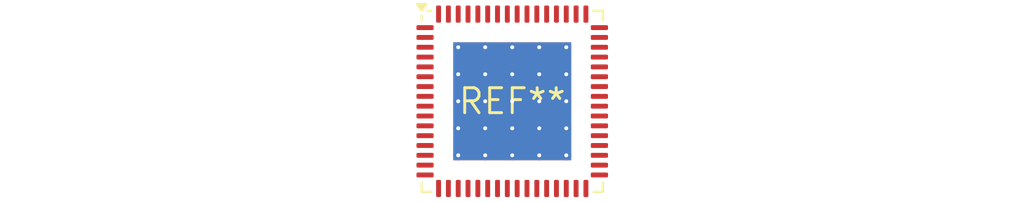
<source format=kicad_pcb>
(kicad_pcb (version 20240108) (generator pcbnew)
  (layers (0 "F.Cu" signal) (31 "B.Cu" signal) (34 "B.Paste" user) (35 "F.Paste" user) (36 "B.SilkS" user "B.Silkscreen") (37 "F.SilkS" user "F.Silkscreen") (38 "B.Mask" user) (39 "F.Mask" user) (44 "Edge.Cuts" user))
  (net 0 "")
  (footprint "QFN-64-1EP_9x9mm_P0.5mm_EP6x6mm_ThermalVias" (layer "F.Cu") (at 0 0)
    (property "Reference" "REF**")
    (property "Value" "QFN-64-1EP_9x9mm_P0.5mm_EP6x6mm_ThermalVias")
    (fp_line (start -4.61 -4.135) (end -4.61 -4.37) (layer "F.SilkS") (stroke (width 0.12)))
    (fp_line (start -4.61 4.61) (end -4.61 4.135) (layer "F.SilkS") (stroke (width 0.12)))
    (fp_line (start -4.135 -4.61) (end -4.31 -4.61) (layer "F.SilkS") (stroke (width 0.12)))
    (fp_line (start -4.135 4.61) (end -4.61 4.61) (layer "F.SilkS") (stroke (width 0.12)))
    (fp_line (start 4.135 -4.61) (end 4.61 -4.61) (layer "F.SilkS") (stroke (width 0.12)))
    (fp_line (start 4.135 4.61) (end 4.61 4.61) (layer "F.SilkS") (stroke (width 0.12)))
    (fp_line (start 4.61 -4.61) (end 4.61 -4.135) (layer "F.SilkS") (stroke (width 0.12)))
    (fp_line (start 4.61 4.61) (end 4.61 4.135) (layer "F.SilkS") (stroke (width 0.12)))
    (fp_poly (pts (xy -4.61 -4.61) (xy -4.85 -4.94) (xy -4.37 -4.94) (xy -4.61 -4.61)) (layer "F.SilkS") (stroke (width 0.12)) (fill solid))
    (pad "1" smd roundrect (at -4.4375 -3.75) (size 0.875 0.25) (layers "F.Cu" "F.Paste" "F.Mask"))
    (pad "2" smd roundrect (at -4.4375 -3.25) (size 0.875 0.25) (layers "F.Cu" "F.Paste" "F.Mask"))
    (pad "3" smd roundrect (at -4.4375 -2.75) (size 0.875 0.25) (layers "F.Cu" "F.Paste" "F.Mask"))
    (pad "4" smd roundrect (at -4.4375 -2.25) (size 0.875 0.25) (layers "F.Cu" "F.Paste" "F.Mask"))
    (pad "5" smd roundrect (at -4.4375 -1.75) (size 0.875 0.25) (layers "F.Cu" "F.Paste" "F.Mask"))
    (pad "6" smd roundrect (at -4.4375 -1.25) (size 0.875 0.25) (layers "F.Cu" "F.Paste" "F.Mask"))
    (pad "7" smd roundrect (at -4.4375 -0.75) (size 0.875 0.25) (layers "F.Cu" "F.Paste" "F.Mask"))
    (pad "8" smd roundrect (at -4.4375 -0.25) (size 0.875 0.25) (layers "F.Cu" "F.Paste" "F.Mask"))
    (pad "9" smd roundrect (at -4.4375 0.25) (size 0.875 0.25) (layers "F.Cu" "F.Paste" "F.Mask"))
    (pad "10" smd roundrect (at -4.4375 0.75) (size 0.875 0.25) (layers "F.Cu" "F.Paste" "F.Mask"))
    (pad "11" smd roundrect (at -4.4375 1.25) (size 0.875 0.25) (layers "F.Cu" "F.Paste" "F.Mask"))
    (pad "12" smd roundrect (at -4.4375 1.75) (size 0.875 0.25) (layers "F.Cu" "F.Paste" "F.Mask"))
    (pad "13" smd roundrect (at -4.4375 2.25) (size 0.875 0.25) (layers "F.Cu" "F.Paste" "F.Mask"))
    (pad "14" smd roundrect (at -4.4375 2.75) (size 0.875 0.25) (layers "F.Cu" "F.Paste" "F.Mask"))
    (pad "15" smd roundrect (at -4.4375 3.25) (size 0.875 0.25) (layers "F.Cu" "F.Paste" "F.Mask"))
    (pad "16" smd roundrect (at -4.4375 3.75) (size 0.875 0.25) (layers "F.Cu" "F.Paste" "F.Mask"))
    (pad "17" smd roundrect (at -3.75 4.4375) (size 0.25 0.875) (layers "F.Cu" "F.Paste" "F.Mask"))
    (pad "18" smd roundrect (at -3.25 4.4375) (size 0.25 0.875) (layers "F.Cu" "F.Paste" "F.Mask"))
    (pad "19" smd roundrect (at -2.75 4.4375) (size 0.25 0.875) (layers "F.Cu" "F.Paste" "F.Mask"))
    (pad "20" smd roundrect (at -2.25 4.4375) (size 0.25 0.875) (layers "F.Cu" "F.Paste" "F.Mask"))
    (pad "21" smd roundrect (at -1.75 4.4375) (size 0.25 0.875) (layers "F.Cu" "F.Paste" "F.Mask"))
    (pad "22" smd roundrect (at -1.25 4.4375) (size 0.25 0.875) (layers "F.Cu" "F.Paste" "F.Mask"))
    (pad "23" smd roundrect (at -0.75 4.4375) (size 0.25 0.875) (layers "F.Cu" "F.Paste" "F.Mask"))
    (pad "24" smd roundrect (at -0.25 4.4375) (size 0.25 0.875) (layers "F.Cu" "F.Paste" "F.Mask"))
    (pad "25" smd roundrect (at 0.25 4.4375) (size 0.25 0.875) (layers "F.Cu" "F.Paste" "F.Mask"))
    (pad "26" smd roundrect (at 0.75 4.4375) (size 0.25 0.875) (layers "F.Cu" "F.Paste" "F.Mask"))
    (pad "27" smd roundrect (at 1.25 4.4375) (size 0.25 0.875) (layers "F.Cu" "F.Paste" "F.Mask"))
    (pad "28" smd roundrect (at 1.75 4.4375) (size 0.25 0.875) (layers "F.Cu" "F.Paste" "F.Mask"))
    (pad "29" smd roundrect (at 2.25 4.4375) (size 0.25 0.875) (layers "F.Cu" "F.Paste" "F.Mask"))
    (pad "30" smd roundrect (at 2.75 4.4375) (size 0.25 0.875) (layers "F.Cu" "F.Paste" "F.Mask"))
    (pad "31" smd roundrect (at 3.25 4.4375) (size 0.25 0.875) (layers "F.Cu" "F.Paste" "F.Mask"))
    (pad "32" smd roundrect (at 3.75 4.4375) (size 0.25 0.875) (layers "F.Cu" "F.Paste" "F.Mask"))
    (pad "33" smd roundrect (at 4.4375 3.75) (size 0.875 0.25) (layers "F.Cu" "F.Paste" "F.Mask"))
    (pad "34" smd roundrect (at 4.4375 3.25) (size 0.875 0.25) (layers "F.Cu" "F.Paste" "F.Mask"))
    (pad "35" smd roundrect (at 4.4375 2.75) (size 0.875 0.25) (layers "F.Cu" "F.Paste" "F.Mask"))
    (pad "36" smd roundrect (at 4.4375 2.25) (size 0.875 0.25) (layers "F.Cu" "F.Paste" "F.Mask"))
    (pad "37" smd roundrect (at 4.4375 1.75) (size 0.875 0.25) (layers "F.Cu" "F.Paste" "F.Mask"))
    (pad "38" smd roundrect (at 4.4375 1.25) (size 0.875 0.25) (layers "F.Cu" "F.Paste" "F.Mask"))
    (pad "39" smd roundrect (at 4.4375 0.75) (size 0.875 0.25) (layers "F.Cu" "F.Paste" "F.Mask"))
    (pad "40" smd roundrect (at 4.4375 0.25) (size 0.875 0.25) (layers "F.Cu" "F.Paste" "F.Mask"))
    (pad "41" smd roundrect (at 4.4375 -0.25) (size 0.875 0.25) (layers "F.Cu" "F.Paste" "F.Mask"))
    (pad "42" smd roundrect (at 4.4375 -0.75) (size 0.875 0.25) (layers "F.Cu" "F.Paste" "F.Mask"))
    (pad "43" smd roundrect (at 4.4375 -1.25) (size 0.875 0.25) (layers "F.Cu" "F.Paste" "F.Mask"))
    (pad "44" smd roundrect (at 4.4375 -1.75) (size 0.875 0.25) (layers "F.Cu" "F.Paste" "F.Mask"))
    (pad "45" smd roundrect (at 4.4375 -2.25) (size 0.875 0.25) (layers "F.Cu" "F.Paste" "F.Mask"))
    (pad "46" smd roundrect (at 4.4375 -2.75) (size 0.875 0.25) (layers "F.Cu" "F.Paste" "F.Mask"))
    (pad "47" smd roundrect (at 4.4375 -3.25) (size 0.875 0.25) (layers "F.Cu" "F.Paste" "F.Mask"))
    (pad "48" smd roundrect (at 4.4375 -3.75) (size 0.875 0.25) (layers "F.Cu" "F.Paste" "F.Mask"))
    (pad "49" smd roundrect (at 3.75 -4.4375) (size 0.25 0.875) (layers "F.Cu" "F.Paste" "F.Mask"))
    (pad "50" smd roundrect (at 3.25 -4.4375) (size 0.25 0.875) (layers "F.Cu" "F.Paste" "F.Mask"))
    (pad "51" smd roundrect (at 2.75 -4.4375) (size 0.25 0.875) (layers "F.Cu" "F.Paste" "F.Mask"))
    (pad "52" smd roundrect (at 2.25 -4.4375) (size 0.25 0.875) (layers "F.Cu" "F.Paste" "F.Mask"))
    (pad "53" smd roundrect (at 1.75 -4.4375) (size 0.25 0.875) (layers "F.Cu" "F.Paste" "F.Mask"))
    (pad "54" smd roundrect (at 1.25 -4.4375) (size 0.25 0.875) (layers "F.Cu" "F.Paste" "F.Mask"))
    (pad "55" smd roundrect (at 0.75 -4.4375) (size 0.25 0.875) (layers "F.Cu" "F.Paste" "F.Mask"))
    (pad "56" smd roundrect (at 0.25 -4.4375) (size 0.25 0.875) (layers "F.Cu" "F.Paste" "F.Mask"))
    (pad "57" smd roundrect (at -0.25 -4.4375) (size 0.25 0.875) (layers "F.Cu" "F.Paste" "F.Mask"))
    (pad "58" smd roundrect (at -0.75 -4.4375) (size 0.25 0.875) (layers "F.Cu" "F.Paste" "F.Mask"))
    (pad "59" smd roundrect (at -1.25 -4.4375) (size 0.25 0.875) (layers "F.Cu" "F.Paste" "F.Mask"))
    (pad "60" smd roundrect (at -1.75 -4.4375) (size 0.25 0.875) (layers "F.Cu" "F.Paste" "F.Mask"))
    (pad "61" smd roundrect (at -2.25 -4.4375) (size 0.25 0.875) (layers "F.Cu" "F.Paste" "F.Mask"))
    (pad "62" smd roundrect (at -2.75 -4.4375) (size 0.25 0.875) (layers "F.Cu" "F.Paste" "F.Mask"))
    (pad "63" smd roundrect (at -3.25 -4.4375) (size 0.25 0.875) (layers "F.Cu" "F.Paste" "F.Mask"))
    (pad "64" smd roundrect (at -3.75 -4.4375) (size 0.25 0.875) (layers "F.Cu" "F.Paste" "F.Mask"))
    (pad "65" thru_hole circle (at -2.75 -2.75) (size 0.5 0.5) (drill 0.2) (property pad_prop_heatsink) (layers *.Cu) (remove_unused_layers))
    (pad "65" thru_hole circle (at -2.75 -1.375) (size 0.5 0.5) (drill 0.2) (property pad_prop_heatsink) (layers *.Cu) (remove_unused_layers))
    (pad "65" thru_hole circle (at -2.75 0) (size 0.5 0.5) (drill 0.2) (property pad_prop_heatsink) (layers *.Cu) (remove_unused_layers))
    (pad "65" thru_hole circle (at -2.75 1.375) (size 0.5 0.5) (drill 0.2) (property pad_prop_heatsink) (layers *.Cu) (remove_unused_layers))
    (pad "65" thru_hole circle (at -2.75 2.75) (size 0.5 0.5) (drill 0.2) (property pad_prop_heatsink) (layers *.Cu) (remove_unused_layers))
    (pad "65" thru_hole circle (at -1.375 -2.75) (size 0.5 0.5) (drill 0.2) (property pad_prop_heatsink) (layers *.Cu) (remove_unused_layers))
    (pad "65" thru_hole circle (at -1.375 -1.375) (size 0.5 0.5) (drill 0.2) (property pad_prop_heatsink) (layers *.Cu) (remove_unused_layers))
    (pad "65" thru_hole circle (at -1.375 0) (size 0.5 0.5) (drill 0.2) (property pad_prop_heatsink) (layers *.Cu) (remove_unused_layers))
    (pad "65" thru_hole circle (at -1.375 1.375) (size 0.5 0.5) (drill 0.2) (property pad_prop_heatsink) (layers *.Cu) (remove_unused_layers))
    (pad "65" thru_hole circle (at -1.375 2.75) (size 0.5 0.5) (drill 0.2) (property pad_prop_heatsink) (layers *.Cu) (remove_unused_layers))
    (pad "65" thru_hole circle (at 0 -2.75) (size 0.5 0.5) (drill 0.2) (property pad_prop_heatsink) (layers *.Cu) (remove_unused_layers))
    (pad "65" thru_hole circle (at 0 -1.375) (size 0.5 0.5) (drill 0.2) (property pad_prop_heatsink) (layers *.Cu) (remove_unused_layers))
    (pad "65" thru_hole circle (at 0 0) (size 0.5 0.5) (drill 0.2) (property pad_prop_heatsink) (layers *.Cu) (remove_unused_layers))
    (pad "65" smd rect (at 0 0) (size 6 6) (property pad_prop_heatsink) (layers "F.Cu" "F.Mask"))
    (pad "65" smd rect (at 0 0) (size 6 6) (property pad_prop_heatsink) (layers "B.Cu"))
    (pad "65" thru_hole circle (at 0 1.375) (size 0.5 0.5) (drill 0.2) (property pad_prop_heatsink) (layers *.Cu) (remove_unused_layers))
    (pad "65" thru_hole circle (at 0 2.75) (size 0.5 0.5) (drill 0.2) (property pad_prop_heatsink) (layers *.Cu) (remove_unused_layers))
    (pad "65" thru_hole circle (at 1.375 -2.75) (size 0.5 0.5) (drill 0.2) (property pad_prop_heatsink) (layers *.Cu) (remove_unused_layers))
    (pad "65" thru_hole circle (at 1.375 -1.375) (size 0.5 0.5) (drill 0.2) (property pad_prop_heatsink) (layers *.Cu) (remove_unused_layers))
    (pad "65" thru_hole circle (at 1.375 0) (size 0.5 0.5) (drill 0.2) (property pad_prop_heatsink) (layers *.Cu) (remove_unused_layers))
    (pad "65" thru_hole circle (at 1.375 1.375) (size 0.5 0.5) (drill 0.2) (property pad_prop_heatsink) (layers *.Cu) (remove_unused_layers))
    (pad "65" thru_hole circle (at 1.375 2.75) (size 0.5 0.5) (drill 0.2) (property pad_prop_heatsink) (layers *.Cu) (remove_unused_layers))
    (pad "65" thru_hole circle (at 2.75 -2.75) (size 0.5 0.5) (drill 0.2) (property pad_prop_heatsink) (layers *.Cu) (remove_unused_layers))
    (pad "65" thru_hole circle (at 2.75 -1.375) (size 0.5 0.5) (drill 0.2) (property pad_prop_heatsink) (layers *.Cu) (remove_unused_layers))
    (pad "65" thru_hole circle (at 2.75 0) (size 0.5 0.5) (drill 0.2) (property pad_prop_heatsink) (layers *.Cu) (remove_unused_layers))
    (pad "65" thru_hole circle (at 2.75 1.375) (size 0.5 0.5) (drill 0.2) (property pad_prop_heatsink) (layers *.Cu) (remove_unused_layers))
    (pad "65" thru_hole circle (at 2.75 2.75) (size 0.5 0.5) (drill 0.2) (property pad_prop_heatsink) (layers *.Cu) (remove_unused_layers))
  )
)
</source>
